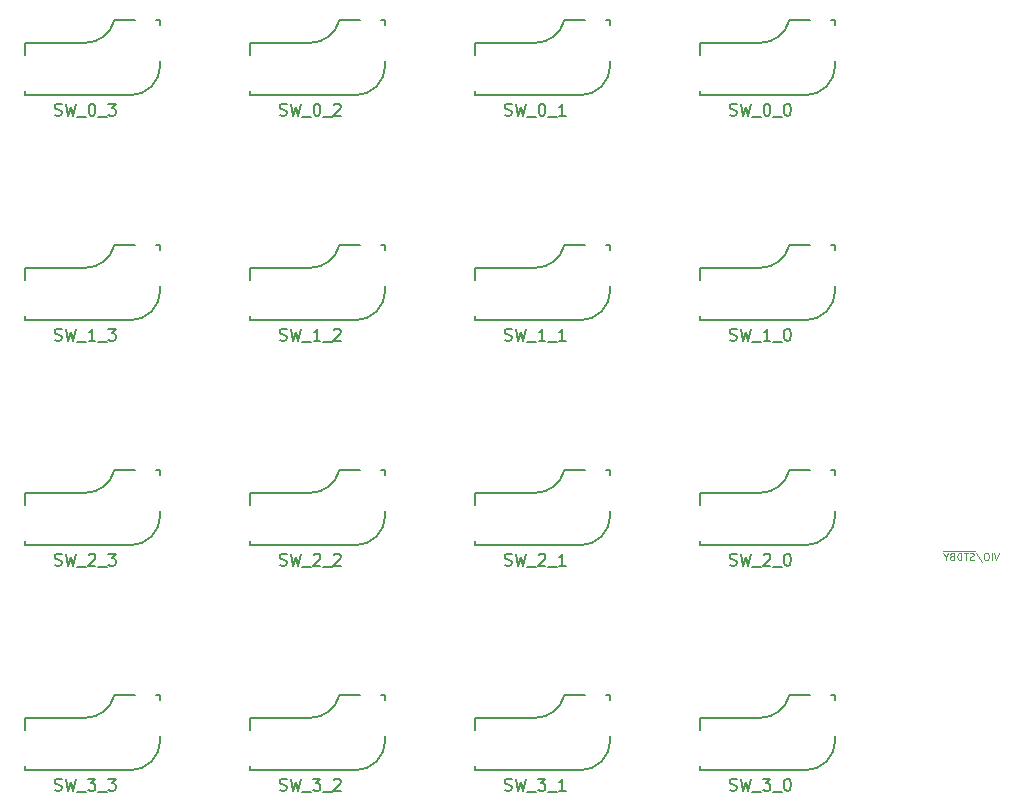
<source format=gbr>
%TF.GenerationSoftware,KiCad,Pcbnew,(6.0.1)*%
%TF.CreationDate,2022-11-10T11:06:11+08:00*%
%TF.ProjectId,Scroller1,5363726f-6c6c-4657-9231-2e6b69636164,rev?*%
%TF.SameCoordinates,Original*%
%TF.FileFunction,Legend,Bot*%
%TF.FilePolarity,Positive*%
%FSLAX46Y46*%
G04 Gerber Fmt 4.6, Leading zero omitted, Abs format (unit mm)*
G04 Created by KiCad (PCBNEW (6.0.1)) date 2022-11-10 11:06:11*
%MOMM*%
%LPD*%
G01*
G04 APERTURE LIST*
%ADD10C,0.150000*%
%ADD11C,0.100000*%
G04 APERTURE END LIST*
D10*
%TO.C,SW_0_0*%
X134020571Y-89558761D02*
X134163428Y-89606380D01*
X134401523Y-89606380D01*
X134496761Y-89558761D01*
X134544380Y-89511142D01*
X134592000Y-89415904D01*
X134592000Y-89320666D01*
X134544380Y-89225428D01*
X134496761Y-89177809D01*
X134401523Y-89130190D01*
X134211047Y-89082571D01*
X134115809Y-89034952D01*
X134068190Y-88987333D01*
X134020571Y-88892095D01*
X134020571Y-88796857D01*
X134068190Y-88701619D01*
X134115809Y-88654000D01*
X134211047Y-88606380D01*
X134449142Y-88606380D01*
X134592000Y-88654000D01*
X134925333Y-88606380D02*
X135163428Y-89606380D01*
X135353904Y-88892095D01*
X135544380Y-89606380D01*
X135782476Y-88606380D01*
X135925333Y-89701619D02*
X136687238Y-89701619D01*
X137115809Y-88606380D02*
X137211047Y-88606380D01*
X137306285Y-88654000D01*
X137353904Y-88701619D01*
X137401523Y-88796857D01*
X137449142Y-88987333D01*
X137449142Y-89225428D01*
X137401523Y-89415904D01*
X137353904Y-89511142D01*
X137306285Y-89558761D01*
X137211047Y-89606380D01*
X137115809Y-89606380D01*
X137020571Y-89558761D01*
X136972952Y-89511142D01*
X136925333Y-89415904D01*
X136877714Y-89225428D01*
X136877714Y-88987333D01*
X136925333Y-88796857D01*
X136972952Y-88701619D01*
X137020571Y-88654000D01*
X137115809Y-88606380D01*
X137639619Y-89701619D02*
X138401523Y-89701619D01*
X138830095Y-88606380D02*
X138925333Y-88606380D01*
X139020571Y-88654000D01*
X139068190Y-88701619D01*
X139115809Y-88796857D01*
X139163428Y-88987333D01*
X139163428Y-89225428D01*
X139115809Y-89415904D01*
X139068190Y-89511142D01*
X139020571Y-89558761D01*
X138925333Y-89606380D01*
X138830095Y-89606380D01*
X138734857Y-89558761D01*
X138687238Y-89511142D01*
X138639619Y-89415904D01*
X138592000Y-89225428D01*
X138592000Y-88987333D01*
X138639619Y-88796857D01*
X138687238Y-88701619D01*
X138734857Y-88654000D01*
X138830095Y-88606380D01*
%TO.C,SW_2_1*%
X114970571Y-127658761D02*
X115113428Y-127706380D01*
X115351523Y-127706380D01*
X115446761Y-127658761D01*
X115494380Y-127611142D01*
X115542000Y-127515904D01*
X115542000Y-127420666D01*
X115494380Y-127325428D01*
X115446761Y-127277809D01*
X115351523Y-127230190D01*
X115161047Y-127182571D01*
X115065809Y-127134952D01*
X115018190Y-127087333D01*
X114970571Y-126992095D01*
X114970571Y-126896857D01*
X115018190Y-126801619D01*
X115065809Y-126754000D01*
X115161047Y-126706380D01*
X115399142Y-126706380D01*
X115542000Y-126754000D01*
X115875333Y-126706380D02*
X116113428Y-127706380D01*
X116303904Y-126992095D01*
X116494380Y-127706380D01*
X116732476Y-126706380D01*
X116875333Y-127801619D02*
X117637238Y-127801619D01*
X117827714Y-126801619D02*
X117875333Y-126754000D01*
X117970571Y-126706380D01*
X118208666Y-126706380D01*
X118303904Y-126754000D01*
X118351523Y-126801619D01*
X118399142Y-126896857D01*
X118399142Y-126992095D01*
X118351523Y-127134952D01*
X117780095Y-127706380D01*
X118399142Y-127706380D01*
X118589619Y-127801619D02*
X119351523Y-127801619D01*
X120113428Y-127706380D02*
X119542000Y-127706380D01*
X119827714Y-127706380D02*
X119827714Y-126706380D01*
X119732476Y-126849238D01*
X119637238Y-126944476D01*
X119542000Y-126992095D01*
%TO.C,SW_1_0*%
X134020571Y-108608761D02*
X134163428Y-108656380D01*
X134401523Y-108656380D01*
X134496761Y-108608761D01*
X134544380Y-108561142D01*
X134592000Y-108465904D01*
X134592000Y-108370666D01*
X134544380Y-108275428D01*
X134496761Y-108227809D01*
X134401523Y-108180190D01*
X134211047Y-108132571D01*
X134115809Y-108084952D01*
X134068190Y-108037333D01*
X134020571Y-107942095D01*
X134020571Y-107846857D01*
X134068190Y-107751619D01*
X134115809Y-107704000D01*
X134211047Y-107656380D01*
X134449142Y-107656380D01*
X134592000Y-107704000D01*
X134925333Y-107656380D02*
X135163428Y-108656380D01*
X135353904Y-107942095D01*
X135544380Y-108656380D01*
X135782476Y-107656380D01*
X135925333Y-108751619D02*
X136687238Y-108751619D01*
X137449142Y-108656380D02*
X136877714Y-108656380D01*
X137163428Y-108656380D02*
X137163428Y-107656380D01*
X137068190Y-107799238D01*
X136972952Y-107894476D01*
X136877714Y-107942095D01*
X137639619Y-108751619D02*
X138401523Y-108751619D01*
X138830095Y-107656380D02*
X138925333Y-107656380D01*
X139020571Y-107704000D01*
X139068190Y-107751619D01*
X139115809Y-107846857D01*
X139163428Y-108037333D01*
X139163428Y-108275428D01*
X139115809Y-108465904D01*
X139068190Y-108561142D01*
X139020571Y-108608761D01*
X138925333Y-108656380D01*
X138830095Y-108656380D01*
X138734857Y-108608761D01*
X138687238Y-108561142D01*
X138639619Y-108465904D01*
X138592000Y-108275428D01*
X138592000Y-108037333D01*
X138639619Y-107846857D01*
X138687238Y-107751619D01*
X138734857Y-107704000D01*
X138830095Y-107656380D01*
%TO.C,SW_3_0*%
X134020571Y-146708761D02*
X134163428Y-146756380D01*
X134401523Y-146756380D01*
X134496761Y-146708761D01*
X134544380Y-146661142D01*
X134592000Y-146565904D01*
X134592000Y-146470666D01*
X134544380Y-146375428D01*
X134496761Y-146327809D01*
X134401523Y-146280190D01*
X134211047Y-146232571D01*
X134115809Y-146184952D01*
X134068190Y-146137333D01*
X134020571Y-146042095D01*
X134020571Y-145946857D01*
X134068190Y-145851619D01*
X134115809Y-145804000D01*
X134211047Y-145756380D01*
X134449142Y-145756380D01*
X134592000Y-145804000D01*
X134925333Y-145756380D02*
X135163428Y-146756380D01*
X135353904Y-146042095D01*
X135544380Y-146756380D01*
X135782476Y-145756380D01*
X135925333Y-146851619D02*
X136687238Y-146851619D01*
X136830095Y-145756380D02*
X137449142Y-145756380D01*
X137115809Y-146137333D01*
X137258666Y-146137333D01*
X137353904Y-146184952D01*
X137401523Y-146232571D01*
X137449142Y-146327809D01*
X137449142Y-146565904D01*
X137401523Y-146661142D01*
X137353904Y-146708761D01*
X137258666Y-146756380D01*
X136972952Y-146756380D01*
X136877714Y-146708761D01*
X136830095Y-146661142D01*
X137639619Y-146851619D02*
X138401523Y-146851619D01*
X138830095Y-145756380D02*
X138925333Y-145756380D01*
X139020571Y-145804000D01*
X139068190Y-145851619D01*
X139115809Y-145946857D01*
X139163428Y-146137333D01*
X139163428Y-146375428D01*
X139115809Y-146565904D01*
X139068190Y-146661142D01*
X139020571Y-146708761D01*
X138925333Y-146756380D01*
X138830095Y-146756380D01*
X138734857Y-146708761D01*
X138687238Y-146661142D01*
X138639619Y-146565904D01*
X138592000Y-146375428D01*
X138592000Y-146137333D01*
X138639619Y-145946857D01*
X138687238Y-145851619D01*
X138734857Y-145804000D01*
X138830095Y-145756380D01*
%TO.C,SW_1_3*%
X76870571Y-108608761D02*
X77013428Y-108656380D01*
X77251523Y-108656380D01*
X77346761Y-108608761D01*
X77394380Y-108561142D01*
X77442000Y-108465904D01*
X77442000Y-108370666D01*
X77394380Y-108275428D01*
X77346761Y-108227809D01*
X77251523Y-108180190D01*
X77061047Y-108132571D01*
X76965809Y-108084952D01*
X76918190Y-108037333D01*
X76870571Y-107942095D01*
X76870571Y-107846857D01*
X76918190Y-107751619D01*
X76965809Y-107704000D01*
X77061047Y-107656380D01*
X77299142Y-107656380D01*
X77442000Y-107704000D01*
X77775333Y-107656380D02*
X78013428Y-108656380D01*
X78203904Y-107942095D01*
X78394380Y-108656380D01*
X78632476Y-107656380D01*
X78775333Y-108751619D02*
X79537238Y-108751619D01*
X80299142Y-108656380D02*
X79727714Y-108656380D01*
X80013428Y-108656380D02*
X80013428Y-107656380D01*
X79918190Y-107799238D01*
X79822952Y-107894476D01*
X79727714Y-107942095D01*
X80489619Y-108751619D02*
X81251523Y-108751619D01*
X81394380Y-107656380D02*
X82013428Y-107656380D01*
X81680095Y-108037333D01*
X81822952Y-108037333D01*
X81918190Y-108084952D01*
X81965809Y-108132571D01*
X82013428Y-108227809D01*
X82013428Y-108465904D01*
X81965809Y-108561142D01*
X81918190Y-108608761D01*
X81822952Y-108656380D01*
X81537238Y-108656380D01*
X81442000Y-108608761D01*
X81394380Y-108561142D01*
%TO.C,SW_1_2*%
X95920571Y-108608761D02*
X96063428Y-108656380D01*
X96301523Y-108656380D01*
X96396761Y-108608761D01*
X96444380Y-108561142D01*
X96492000Y-108465904D01*
X96492000Y-108370666D01*
X96444380Y-108275428D01*
X96396761Y-108227809D01*
X96301523Y-108180190D01*
X96111047Y-108132571D01*
X96015809Y-108084952D01*
X95968190Y-108037333D01*
X95920571Y-107942095D01*
X95920571Y-107846857D01*
X95968190Y-107751619D01*
X96015809Y-107704000D01*
X96111047Y-107656380D01*
X96349142Y-107656380D01*
X96492000Y-107704000D01*
X96825333Y-107656380D02*
X97063428Y-108656380D01*
X97253904Y-107942095D01*
X97444380Y-108656380D01*
X97682476Y-107656380D01*
X97825333Y-108751619D02*
X98587238Y-108751619D01*
X99349142Y-108656380D02*
X98777714Y-108656380D01*
X99063428Y-108656380D02*
X99063428Y-107656380D01*
X98968190Y-107799238D01*
X98872952Y-107894476D01*
X98777714Y-107942095D01*
X99539619Y-108751619D02*
X100301523Y-108751619D01*
X100492000Y-107751619D02*
X100539619Y-107704000D01*
X100634857Y-107656380D01*
X100872952Y-107656380D01*
X100968190Y-107704000D01*
X101015809Y-107751619D01*
X101063428Y-107846857D01*
X101063428Y-107942095D01*
X101015809Y-108084952D01*
X100444380Y-108656380D01*
X101063428Y-108656380D01*
D11*
%TO.C,TMC1*%
X156779964Y-126632535D02*
X156579964Y-127232535D01*
X156379964Y-126632535D01*
X156179964Y-127232535D02*
X156179964Y-126632535D01*
X155779964Y-126632535D02*
X155665678Y-126632535D01*
X155608535Y-126661107D01*
X155551392Y-126718249D01*
X155522821Y-126832535D01*
X155522821Y-127032535D01*
X155551392Y-127146821D01*
X155608535Y-127203964D01*
X155665678Y-127232535D01*
X155779964Y-127232535D01*
X155837107Y-127203964D01*
X155894249Y-127146821D01*
X155922821Y-127032535D01*
X155922821Y-126832535D01*
X155894249Y-126718249D01*
X155837107Y-126661107D01*
X155779964Y-126632535D01*
X154837107Y-126603964D02*
X155351392Y-127375392D01*
X154779964Y-126463107D02*
X154208535Y-126463107D01*
X154665678Y-127203964D02*
X154579964Y-127232535D01*
X154437107Y-127232535D01*
X154379964Y-127203964D01*
X154351392Y-127175392D01*
X154322821Y-127118249D01*
X154322821Y-127061107D01*
X154351392Y-127003964D01*
X154379964Y-126975392D01*
X154437107Y-126946821D01*
X154551392Y-126918249D01*
X154608535Y-126889678D01*
X154637107Y-126861107D01*
X154665678Y-126803964D01*
X154665678Y-126746821D01*
X154637107Y-126689678D01*
X154608535Y-126661107D01*
X154551392Y-126632535D01*
X154408535Y-126632535D01*
X154322821Y-126661107D01*
X154208535Y-126463107D02*
X153751392Y-126463107D01*
X154151392Y-126632535D02*
X153808535Y-126632535D01*
X153979964Y-127232535D02*
X153979964Y-126632535D01*
X153751392Y-126463107D02*
X153151392Y-126463107D01*
X153608535Y-127232535D02*
X153608535Y-126632535D01*
X153465678Y-126632535D01*
X153379964Y-126661107D01*
X153322821Y-126718249D01*
X153294249Y-126775392D01*
X153265678Y-126889678D01*
X153265678Y-126975392D01*
X153294249Y-127089678D01*
X153322821Y-127146821D01*
X153379964Y-127203964D01*
X153465678Y-127232535D01*
X153608535Y-127232535D01*
X153151392Y-126463107D02*
X152551392Y-126463107D01*
X152808535Y-126918249D02*
X152722821Y-126946821D01*
X152694249Y-126975392D01*
X152665678Y-127032535D01*
X152665678Y-127118249D01*
X152694249Y-127175392D01*
X152722821Y-127203964D01*
X152779964Y-127232535D01*
X153008535Y-127232535D01*
X153008535Y-126632535D01*
X152808535Y-126632535D01*
X152751392Y-126661107D01*
X152722821Y-126689678D01*
X152694249Y-126746821D01*
X152694249Y-126803964D01*
X152722821Y-126861107D01*
X152751392Y-126889678D01*
X152808535Y-126918249D01*
X153008535Y-126918249D01*
X152551392Y-126463107D02*
X152037107Y-126463107D01*
X152294249Y-126946821D02*
X152294249Y-127232535D01*
X152494249Y-126632535D02*
X152294249Y-126946821D01*
X152094249Y-126632535D01*
D10*
%TO.C,SW_0_3*%
X76870571Y-89558761D02*
X77013428Y-89606380D01*
X77251523Y-89606380D01*
X77346761Y-89558761D01*
X77394380Y-89511142D01*
X77442000Y-89415904D01*
X77442000Y-89320666D01*
X77394380Y-89225428D01*
X77346761Y-89177809D01*
X77251523Y-89130190D01*
X77061047Y-89082571D01*
X76965809Y-89034952D01*
X76918190Y-88987333D01*
X76870571Y-88892095D01*
X76870571Y-88796857D01*
X76918190Y-88701619D01*
X76965809Y-88654000D01*
X77061047Y-88606380D01*
X77299142Y-88606380D01*
X77442000Y-88654000D01*
X77775333Y-88606380D02*
X78013428Y-89606380D01*
X78203904Y-88892095D01*
X78394380Y-89606380D01*
X78632476Y-88606380D01*
X78775333Y-89701619D02*
X79537238Y-89701619D01*
X79965809Y-88606380D02*
X80061047Y-88606380D01*
X80156285Y-88654000D01*
X80203904Y-88701619D01*
X80251523Y-88796857D01*
X80299142Y-88987333D01*
X80299142Y-89225428D01*
X80251523Y-89415904D01*
X80203904Y-89511142D01*
X80156285Y-89558761D01*
X80061047Y-89606380D01*
X79965809Y-89606380D01*
X79870571Y-89558761D01*
X79822952Y-89511142D01*
X79775333Y-89415904D01*
X79727714Y-89225428D01*
X79727714Y-88987333D01*
X79775333Y-88796857D01*
X79822952Y-88701619D01*
X79870571Y-88654000D01*
X79965809Y-88606380D01*
X80489619Y-89701619D02*
X81251523Y-89701619D01*
X81394380Y-88606380D02*
X82013428Y-88606380D01*
X81680095Y-88987333D01*
X81822952Y-88987333D01*
X81918190Y-89034952D01*
X81965809Y-89082571D01*
X82013428Y-89177809D01*
X82013428Y-89415904D01*
X81965809Y-89511142D01*
X81918190Y-89558761D01*
X81822952Y-89606380D01*
X81537238Y-89606380D01*
X81442000Y-89558761D01*
X81394380Y-89511142D01*
%TO.C,SW_3_2*%
X95920571Y-146708761D02*
X96063428Y-146756380D01*
X96301523Y-146756380D01*
X96396761Y-146708761D01*
X96444380Y-146661142D01*
X96492000Y-146565904D01*
X96492000Y-146470666D01*
X96444380Y-146375428D01*
X96396761Y-146327809D01*
X96301523Y-146280190D01*
X96111047Y-146232571D01*
X96015809Y-146184952D01*
X95968190Y-146137333D01*
X95920571Y-146042095D01*
X95920571Y-145946857D01*
X95968190Y-145851619D01*
X96015809Y-145804000D01*
X96111047Y-145756380D01*
X96349142Y-145756380D01*
X96492000Y-145804000D01*
X96825333Y-145756380D02*
X97063428Y-146756380D01*
X97253904Y-146042095D01*
X97444380Y-146756380D01*
X97682476Y-145756380D01*
X97825333Y-146851619D02*
X98587238Y-146851619D01*
X98730095Y-145756380D02*
X99349142Y-145756380D01*
X99015809Y-146137333D01*
X99158666Y-146137333D01*
X99253904Y-146184952D01*
X99301523Y-146232571D01*
X99349142Y-146327809D01*
X99349142Y-146565904D01*
X99301523Y-146661142D01*
X99253904Y-146708761D01*
X99158666Y-146756380D01*
X98872952Y-146756380D01*
X98777714Y-146708761D01*
X98730095Y-146661142D01*
X99539619Y-146851619D02*
X100301523Y-146851619D01*
X100492000Y-145851619D02*
X100539619Y-145804000D01*
X100634857Y-145756380D01*
X100872952Y-145756380D01*
X100968190Y-145804000D01*
X101015809Y-145851619D01*
X101063428Y-145946857D01*
X101063428Y-146042095D01*
X101015809Y-146184952D01*
X100444380Y-146756380D01*
X101063428Y-146756380D01*
%TO.C,SW_0_1*%
X114970571Y-89558761D02*
X115113428Y-89606380D01*
X115351523Y-89606380D01*
X115446761Y-89558761D01*
X115494380Y-89511142D01*
X115542000Y-89415904D01*
X115542000Y-89320666D01*
X115494380Y-89225428D01*
X115446761Y-89177809D01*
X115351523Y-89130190D01*
X115161047Y-89082571D01*
X115065809Y-89034952D01*
X115018190Y-88987333D01*
X114970571Y-88892095D01*
X114970571Y-88796857D01*
X115018190Y-88701619D01*
X115065809Y-88654000D01*
X115161047Y-88606380D01*
X115399142Y-88606380D01*
X115542000Y-88654000D01*
X115875333Y-88606380D02*
X116113428Y-89606380D01*
X116303904Y-88892095D01*
X116494380Y-89606380D01*
X116732476Y-88606380D01*
X116875333Y-89701619D02*
X117637238Y-89701619D01*
X118065809Y-88606380D02*
X118161047Y-88606380D01*
X118256285Y-88654000D01*
X118303904Y-88701619D01*
X118351523Y-88796857D01*
X118399142Y-88987333D01*
X118399142Y-89225428D01*
X118351523Y-89415904D01*
X118303904Y-89511142D01*
X118256285Y-89558761D01*
X118161047Y-89606380D01*
X118065809Y-89606380D01*
X117970571Y-89558761D01*
X117922952Y-89511142D01*
X117875333Y-89415904D01*
X117827714Y-89225428D01*
X117827714Y-88987333D01*
X117875333Y-88796857D01*
X117922952Y-88701619D01*
X117970571Y-88654000D01*
X118065809Y-88606380D01*
X118589619Y-89701619D02*
X119351523Y-89701619D01*
X120113428Y-89606380D02*
X119542000Y-89606380D01*
X119827714Y-89606380D02*
X119827714Y-88606380D01*
X119732476Y-88749238D01*
X119637238Y-88844476D01*
X119542000Y-88892095D01*
%TO.C,SW_3_1*%
X114970571Y-146708761D02*
X115113428Y-146756380D01*
X115351523Y-146756380D01*
X115446761Y-146708761D01*
X115494380Y-146661142D01*
X115542000Y-146565904D01*
X115542000Y-146470666D01*
X115494380Y-146375428D01*
X115446761Y-146327809D01*
X115351523Y-146280190D01*
X115161047Y-146232571D01*
X115065809Y-146184952D01*
X115018190Y-146137333D01*
X114970571Y-146042095D01*
X114970571Y-145946857D01*
X115018190Y-145851619D01*
X115065809Y-145804000D01*
X115161047Y-145756380D01*
X115399142Y-145756380D01*
X115542000Y-145804000D01*
X115875333Y-145756380D02*
X116113428Y-146756380D01*
X116303904Y-146042095D01*
X116494380Y-146756380D01*
X116732476Y-145756380D01*
X116875333Y-146851619D02*
X117637238Y-146851619D01*
X117780095Y-145756380D02*
X118399142Y-145756380D01*
X118065809Y-146137333D01*
X118208666Y-146137333D01*
X118303904Y-146184952D01*
X118351523Y-146232571D01*
X118399142Y-146327809D01*
X118399142Y-146565904D01*
X118351523Y-146661142D01*
X118303904Y-146708761D01*
X118208666Y-146756380D01*
X117922952Y-146756380D01*
X117827714Y-146708761D01*
X117780095Y-146661142D01*
X118589619Y-146851619D02*
X119351523Y-146851619D01*
X120113428Y-146756380D02*
X119542000Y-146756380D01*
X119827714Y-146756380D02*
X119827714Y-145756380D01*
X119732476Y-145899238D01*
X119637238Y-145994476D01*
X119542000Y-146042095D01*
%TO.C,SW_1_1*%
X114970571Y-108608761D02*
X115113428Y-108656380D01*
X115351523Y-108656380D01*
X115446761Y-108608761D01*
X115494380Y-108561142D01*
X115542000Y-108465904D01*
X115542000Y-108370666D01*
X115494380Y-108275428D01*
X115446761Y-108227809D01*
X115351523Y-108180190D01*
X115161047Y-108132571D01*
X115065809Y-108084952D01*
X115018190Y-108037333D01*
X114970571Y-107942095D01*
X114970571Y-107846857D01*
X115018190Y-107751619D01*
X115065809Y-107704000D01*
X115161047Y-107656380D01*
X115399142Y-107656380D01*
X115542000Y-107704000D01*
X115875333Y-107656380D02*
X116113428Y-108656380D01*
X116303904Y-107942095D01*
X116494380Y-108656380D01*
X116732476Y-107656380D01*
X116875333Y-108751619D02*
X117637238Y-108751619D01*
X118399142Y-108656380D02*
X117827714Y-108656380D01*
X118113428Y-108656380D02*
X118113428Y-107656380D01*
X118018190Y-107799238D01*
X117922952Y-107894476D01*
X117827714Y-107942095D01*
X118589619Y-108751619D02*
X119351523Y-108751619D01*
X120113428Y-108656380D02*
X119542000Y-108656380D01*
X119827714Y-108656380D02*
X119827714Y-107656380D01*
X119732476Y-107799238D01*
X119637238Y-107894476D01*
X119542000Y-107942095D01*
%TO.C,SW_2_2*%
X95920571Y-127658761D02*
X96063428Y-127706380D01*
X96301523Y-127706380D01*
X96396761Y-127658761D01*
X96444380Y-127611142D01*
X96492000Y-127515904D01*
X96492000Y-127420666D01*
X96444380Y-127325428D01*
X96396761Y-127277809D01*
X96301523Y-127230190D01*
X96111047Y-127182571D01*
X96015809Y-127134952D01*
X95968190Y-127087333D01*
X95920571Y-126992095D01*
X95920571Y-126896857D01*
X95968190Y-126801619D01*
X96015809Y-126754000D01*
X96111047Y-126706380D01*
X96349142Y-126706380D01*
X96492000Y-126754000D01*
X96825333Y-126706380D02*
X97063428Y-127706380D01*
X97253904Y-126992095D01*
X97444380Y-127706380D01*
X97682476Y-126706380D01*
X97825333Y-127801619D02*
X98587238Y-127801619D01*
X98777714Y-126801619D02*
X98825333Y-126754000D01*
X98920571Y-126706380D01*
X99158666Y-126706380D01*
X99253904Y-126754000D01*
X99301523Y-126801619D01*
X99349142Y-126896857D01*
X99349142Y-126992095D01*
X99301523Y-127134952D01*
X98730095Y-127706380D01*
X99349142Y-127706380D01*
X99539619Y-127801619D02*
X100301523Y-127801619D01*
X100492000Y-126801619D02*
X100539619Y-126754000D01*
X100634857Y-126706380D01*
X100872952Y-126706380D01*
X100968190Y-126754000D01*
X101015809Y-126801619D01*
X101063428Y-126896857D01*
X101063428Y-126992095D01*
X101015809Y-127134952D01*
X100444380Y-127706380D01*
X101063428Y-127706380D01*
%TO.C,SW_2_3*%
X76870571Y-127658761D02*
X77013428Y-127706380D01*
X77251523Y-127706380D01*
X77346761Y-127658761D01*
X77394380Y-127611142D01*
X77442000Y-127515904D01*
X77442000Y-127420666D01*
X77394380Y-127325428D01*
X77346761Y-127277809D01*
X77251523Y-127230190D01*
X77061047Y-127182571D01*
X76965809Y-127134952D01*
X76918190Y-127087333D01*
X76870571Y-126992095D01*
X76870571Y-126896857D01*
X76918190Y-126801619D01*
X76965809Y-126754000D01*
X77061047Y-126706380D01*
X77299142Y-126706380D01*
X77442000Y-126754000D01*
X77775333Y-126706380D02*
X78013428Y-127706380D01*
X78203904Y-126992095D01*
X78394380Y-127706380D01*
X78632476Y-126706380D01*
X78775333Y-127801619D02*
X79537238Y-127801619D01*
X79727714Y-126801619D02*
X79775333Y-126754000D01*
X79870571Y-126706380D01*
X80108666Y-126706380D01*
X80203904Y-126754000D01*
X80251523Y-126801619D01*
X80299142Y-126896857D01*
X80299142Y-126992095D01*
X80251523Y-127134952D01*
X79680095Y-127706380D01*
X80299142Y-127706380D01*
X80489619Y-127801619D02*
X81251523Y-127801619D01*
X81394380Y-126706380D02*
X82013428Y-126706380D01*
X81680095Y-127087333D01*
X81822952Y-127087333D01*
X81918190Y-127134952D01*
X81965809Y-127182571D01*
X82013428Y-127277809D01*
X82013428Y-127515904D01*
X81965809Y-127611142D01*
X81918190Y-127658761D01*
X81822952Y-127706380D01*
X81537238Y-127706380D01*
X81442000Y-127658761D01*
X81394380Y-127611142D01*
%TO.C,SW_0_2*%
X95920571Y-89558761D02*
X96063428Y-89606380D01*
X96301523Y-89606380D01*
X96396761Y-89558761D01*
X96444380Y-89511142D01*
X96492000Y-89415904D01*
X96492000Y-89320666D01*
X96444380Y-89225428D01*
X96396761Y-89177809D01*
X96301523Y-89130190D01*
X96111047Y-89082571D01*
X96015809Y-89034952D01*
X95968190Y-88987333D01*
X95920571Y-88892095D01*
X95920571Y-88796857D01*
X95968190Y-88701619D01*
X96015809Y-88654000D01*
X96111047Y-88606380D01*
X96349142Y-88606380D01*
X96492000Y-88654000D01*
X96825333Y-88606380D02*
X97063428Y-89606380D01*
X97253904Y-88892095D01*
X97444380Y-89606380D01*
X97682476Y-88606380D01*
X97825333Y-89701619D02*
X98587238Y-89701619D01*
X99015809Y-88606380D02*
X99111047Y-88606380D01*
X99206285Y-88654000D01*
X99253904Y-88701619D01*
X99301523Y-88796857D01*
X99349142Y-88987333D01*
X99349142Y-89225428D01*
X99301523Y-89415904D01*
X99253904Y-89511142D01*
X99206285Y-89558761D01*
X99111047Y-89606380D01*
X99015809Y-89606380D01*
X98920571Y-89558761D01*
X98872952Y-89511142D01*
X98825333Y-89415904D01*
X98777714Y-89225428D01*
X98777714Y-88987333D01*
X98825333Y-88796857D01*
X98872952Y-88701619D01*
X98920571Y-88654000D01*
X99015809Y-88606380D01*
X99539619Y-89701619D02*
X100301523Y-89701619D01*
X100492000Y-88701619D02*
X100539619Y-88654000D01*
X100634857Y-88606380D01*
X100872952Y-88606380D01*
X100968190Y-88654000D01*
X101015809Y-88701619D01*
X101063428Y-88796857D01*
X101063428Y-88892095D01*
X101015809Y-89034952D01*
X100444380Y-89606380D01*
X101063428Y-89606380D01*
%TO.C,SW_3_3*%
X76870571Y-146708761D02*
X77013428Y-146756380D01*
X77251523Y-146756380D01*
X77346761Y-146708761D01*
X77394380Y-146661142D01*
X77442000Y-146565904D01*
X77442000Y-146470666D01*
X77394380Y-146375428D01*
X77346761Y-146327809D01*
X77251523Y-146280190D01*
X77061047Y-146232571D01*
X76965809Y-146184952D01*
X76918190Y-146137333D01*
X76870571Y-146042095D01*
X76870571Y-145946857D01*
X76918190Y-145851619D01*
X76965809Y-145804000D01*
X77061047Y-145756380D01*
X77299142Y-145756380D01*
X77442000Y-145804000D01*
X77775333Y-145756380D02*
X78013428Y-146756380D01*
X78203904Y-146042095D01*
X78394380Y-146756380D01*
X78632476Y-145756380D01*
X78775333Y-146851619D02*
X79537238Y-146851619D01*
X79680095Y-145756380D02*
X80299142Y-145756380D01*
X79965809Y-146137333D01*
X80108666Y-146137333D01*
X80203904Y-146184952D01*
X80251523Y-146232571D01*
X80299142Y-146327809D01*
X80299142Y-146565904D01*
X80251523Y-146661142D01*
X80203904Y-146708761D01*
X80108666Y-146756380D01*
X79822952Y-146756380D01*
X79727714Y-146708761D01*
X79680095Y-146661142D01*
X80489619Y-146851619D02*
X81251523Y-146851619D01*
X81394380Y-145756380D02*
X82013428Y-145756380D01*
X81680095Y-146137333D01*
X81822952Y-146137333D01*
X81918190Y-146184952D01*
X81965809Y-146232571D01*
X82013428Y-146327809D01*
X82013428Y-146565904D01*
X81965809Y-146661142D01*
X81918190Y-146708761D01*
X81822952Y-146756380D01*
X81537238Y-146756380D01*
X81442000Y-146708761D01*
X81394380Y-146661142D01*
%TO.C,SW_2_0*%
X134020571Y-127658761D02*
X134163428Y-127706380D01*
X134401523Y-127706380D01*
X134496761Y-127658761D01*
X134544380Y-127611142D01*
X134592000Y-127515904D01*
X134592000Y-127420666D01*
X134544380Y-127325428D01*
X134496761Y-127277809D01*
X134401523Y-127230190D01*
X134211047Y-127182571D01*
X134115809Y-127134952D01*
X134068190Y-127087333D01*
X134020571Y-126992095D01*
X134020571Y-126896857D01*
X134068190Y-126801619D01*
X134115809Y-126754000D01*
X134211047Y-126706380D01*
X134449142Y-126706380D01*
X134592000Y-126754000D01*
X134925333Y-126706380D02*
X135163428Y-127706380D01*
X135353904Y-126992095D01*
X135544380Y-127706380D01*
X135782476Y-126706380D01*
X135925333Y-127801619D02*
X136687238Y-127801619D01*
X136877714Y-126801619D02*
X136925333Y-126754000D01*
X137020571Y-126706380D01*
X137258666Y-126706380D01*
X137353904Y-126754000D01*
X137401523Y-126801619D01*
X137449142Y-126896857D01*
X137449142Y-126992095D01*
X137401523Y-127134952D01*
X136830095Y-127706380D01*
X137449142Y-127706380D01*
X137639619Y-127801619D02*
X138401523Y-127801619D01*
X138830095Y-126706380D02*
X138925333Y-126706380D01*
X139020571Y-126754000D01*
X139068190Y-126801619D01*
X139115809Y-126896857D01*
X139163428Y-127087333D01*
X139163428Y-127325428D01*
X139115809Y-127515904D01*
X139068190Y-127611142D01*
X139020571Y-127658761D01*
X138925333Y-127706380D01*
X138830095Y-127706380D01*
X138734857Y-127658761D01*
X138687238Y-127611142D01*
X138639619Y-127515904D01*
X138592000Y-127325428D01*
X138592000Y-127087333D01*
X138639619Y-126896857D01*
X138687238Y-126801619D01*
X138734857Y-126754000D01*
X138830095Y-126706380D01*
%TO.C,SW_0_0*%
X131512000Y-87884000D02*
X131512000Y-87503000D01*
X131512000Y-84455000D02*
X131512000Y-83439000D01*
X142942000Y-85344000D02*
X142942000Y-84963000D01*
X140402000Y-87884000D02*
X131512000Y-87884000D01*
X131512000Y-83439000D02*
X136592000Y-83439000D01*
X139056162Y-81534000D02*
X140783000Y-81534000D01*
X142942000Y-81915000D02*
X142942000Y-81534000D01*
X142561000Y-81534000D02*
X142942000Y-81534000D01*
X140402000Y-87884000D02*
G75*
G03*
X142942000Y-85344000I-1J2540001D01*
G01*
X136592000Y-83439001D02*
G75*
G03*
X139056162Y-81515040I0J2540000D01*
G01*
%TO.C,SW_2_1*%
X112462000Y-122555000D02*
X112462000Y-121539000D01*
X120006162Y-119634000D02*
X121733000Y-119634000D01*
X123511000Y-119634000D02*
X123892000Y-119634000D01*
X112462000Y-125984000D02*
X112462000Y-125603000D01*
X112462000Y-121539000D02*
X117542000Y-121539000D01*
X123892000Y-120015000D02*
X123892000Y-119634000D01*
X123892000Y-123444000D02*
X123892000Y-123063000D01*
X121352000Y-125984000D02*
X112462000Y-125984000D01*
X121352000Y-125984000D02*
G75*
G03*
X123892000Y-123444000I-1J2540001D01*
G01*
X117542000Y-121539001D02*
G75*
G03*
X120006162Y-119615040I0J2540000D01*
G01*
%TO.C,SW_1_0*%
X131512000Y-102489000D02*
X136592000Y-102489000D01*
X131512000Y-103505000D02*
X131512000Y-102489000D01*
X142942000Y-100965000D02*
X142942000Y-100584000D01*
X131512000Y-106934000D02*
X131512000Y-106553000D01*
X142561000Y-100584000D02*
X142942000Y-100584000D01*
X140402000Y-106934000D02*
X131512000Y-106934000D01*
X142942000Y-104394000D02*
X142942000Y-104013000D01*
X139056162Y-100584000D02*
X140783000Y-100584000D01*
X136592000Y-102489001D02*
G75*
G03*
X139056162Y-100565040I0J2540000D01*
G01*
X140402000Y-106934000D02*
G75*
G03*
X142942000Y-104394000I-1J2540001D01*
G01*
%TO.C,SW_3_0*%
X131512000Y-140589000D02*
X136592000Y-140589000D01*
X140402000Y-145034000D02*
X131512000Y-145034000D01*
X131512000Y-145034000D02*
X131512000Y-144653000D01*
X142942000Y-139065000D02*
X142942000Y-138684000D01*
X139056162Y-138684000D02*
X140783000Y-138684000D01*
X142942000Y-142494000D02*
X142942000Y-142113000D01*
X142561000Y-138684000D02*
X142942000Y-138684000D01*
X131512000Y-141605000D02*
X131512000Y-140589000D01*
X140402000Y-145034000D02*
G75*
G03*
X142942000Y-142494000I-1J2540001D01*
G01*
X136592000Y-140589001D02*
G75*
G03*
X139056162Y-138665040I0J2540000D01*
G01*
%TO.C,SW_1_3*%
X85792000Y-104394000D02*
X85792000Y-104013000D01*
X74362000Y-103505000D02*
X74362000Y-102489000D01*
X81906162Y-100584000D02*
X83633000Y-100584000D01*
X74362000Y-102489000D02*
X79442000Y-102489000D01*
X83252000Y-106934000D02*
X74362000Y-106934000D01*
X85411000Y-100584000D02*
X85792000Y-100584000D01*
X74362000Y-106934000D02*
X74362000Y-106553000D01*
X85792000Y-100965000D02*
X85792000Y-100584000D01*
X79442000Y-102489001D02*
G75*
G03*
X81906162Y-100565040I0J2540000D01*
G01*
X83252000Y-106934000D02*
G75*
G03*
X85792000Y-104394000I-1J2540001D01*
G01*
%TO.C,SW_1_2*%
X104842000Y-100965000D02*
X104842000Y-100584000D01*
X102302000Y-106934000D02*
X93412000Y-106934000D01*
X93412000Y-102489000D02*
X98492000Y-102489000D01*
X93412000Y-106934000D02*
X93412000Y-106553000D01*
X93412000Y-103505000D02*
X93412000Y-102489000D01*
X104842000Y-104394000D02*
X104842000Y-104013000D01*
X104461000Y-100584000D02*
X104842000Y-100584000D01*
X100956162Y-100584000D02*
X102683000Y-100584000D01*
X102302000Y-106934000D02*
G75*
G03*
X104842000Y-104394000I-1J2540001D01*
G01*
X98492000Y-102489001D02*
G75*
G03*
X100956162Y-100565040I0J2540000D01*
G01*
%TO.C,SW_0_3*%
X81906162Y-81534000D02*
X83633000Y-81534000D01*
X85792000Y-81915000D02*
X85792000Y-81534000D01*
X85411000Y-81534000D02*
X85792000Y-81534000D01*
X85792000Y-85344000D02*
X85792000Y-84963000D01*
X83252000Y-87884000D02*
X74362000Y-87884000D01*
X74362000Y-83439000D02*
X79442000Y-83439000D01*
X74362000Y-87884000D02*
X74362000Y-87503000D01*
X74362000Y-84455000D02*
X74362000Y-83439000D01*
X83252000Y-87884000D02*
G75*
G03*
X85792000Y-85344000I-1J2540001D01*
G01*
X79442000Y-83439001D02*
G75*
G03*
X81906162Y-81515040I0J2540000D01*
G01*
%TO.C,SW_3_2*%
X100956162Y-138684000D02*
X102683000Y-138684000D01*
X104461000Y-138684000D02*
X104842000Y-138684000D01*
X104842000Y-139065000D02*
X104842000Y-138684000D01*
X104842000Y-142494000D02*
X104842000Y-142113000D01*
X93412000Y-140589000D02*
X98492000Y-140589000D01*
X93412000Y-141605000D02*
X93412000Y-140589000D01*
X102302000Y-145034000D02*
X93412000Y-145034000D01*
X93412000Y-145034000D02*
X93412000Y-144653000D01*
X98492000Y-140589001D02*
G75*
G03*
X100956162Y-138665040I0J2540000D01*
G01*
X102302000Y-145034000D02*
G75*
G03*
X104842000Y-142494000I-1J2540001D01*
G01*
%TO.C,SW_0_1*%
X123511000Y-81534000D02*
X123892000Y-81534000D01*
X123892000Y-85344000D02*
X123892000Y-84963000D01*
X120006162Y-81534000D02*
X121733000Y-81534000D01*
X123892000Y-81915000D02*
X123892000Y-81534000D01*
X112462000Y-83439000D02*
X117542000Y-83439000D01*
X121352000Y-87884000D02*
X112462000Y-87884000D01*
X112462000Y-84455000D02*
X112462000Y-83439000D01*
X112462000Y-87884000D02*
X112462000Y-87503000D01*
X121352000Y-87884000D02*
G75*
G03*
X123892000Y-85344000I-1J2540001D01*
G01*
X117542000Y-83439001D02*
G75*
G03*
X120006162Y-81515040I0J2540000D01*
G01*
%TO.C,SW_3_1*%
X123511000Y-138684000D02*
X123892000Y-138684000D01*
X112462000Y-141605000D02*
X112462000Y-140589000D01*
X112462000Y-145034000D02*
X112462000Y-144653000D01*
X123892000Y-142494000D02*
X123892000Y-142113000D01*
X112462000Y-140589000D02*
X117542000Y-140589000D01*
X120006162Y-138684000D02*
X121733000Y-138684000D01*
X123892000Y-139065000D02*
X123892000Y-138684000D01*
X121352000Y-145034000D02*
X112462000Y-145034000D01*
X117542000Y-140589001D02*
G75*
G03*
X120006162Y-138665040I0J2540000D01*
G01*
X121352000Y-145034000D02*
G75*
G03*
X123892000Y-142494000I-1J2540001D01*
G01*
%TO.C,SW_1_1*%
X112462000Y-103505000D02*
X112462000Y-102489000D01*
X120006162Y-100584000D02*
X121733000Y-100584000D01*
X123511000Y-100584000D02*
X123892000Y-100584000D01*
X112462000Y-102489000D02*
X117542000Y-102489000D01*
X112462000Y-106934000D02*
X112462000Y-106553000D01*
X123892000Y-104394000D02*
X123892000Y-104013000D01*
X121352000Y-106934000D02*
X112462000Y-106934000D01*
X123892000Y-100965000D02*
X123892000Y-100584000D01*
X121352000Y-106934000D02*
G75*
G03*
X123892000Y-104394000I-1J2540001D01*
G01*
X117542000Y-102489001D02*
G75*
G03*
X120006162Y-100565040I0J2540000D01*
G01*
%TO.C,SW_2_2*%
X93412000Y-125984000D02*
X93412000Y-125603000D01*
X102302000Y-125984000D02*
X93412000Y-125984000D01*
X93412000Y-122555000D02*
X93412000Y-121539000D01*
X104842000Y-123444000D02*
X104842000Y-123063000D01*
X100956162Y-119634000D02*
X102683000Y-119634000D01*
X104461000Y-119634000D02*
X104842000Y-119634000D01*
X104842000Y-120015000D02*
X104842000Y-119634000D01*
X93412000Y-121539000D02*
X98492000Y-121539000D01*
X98492000Y-121539001D02*
G75*
G03*
X100956162Y-119615040I0J2540000D01*
G01*
X102302000Y-125984000D02*
G75*
G03*
X104842000Y-123444000I-1J2540001D01*
G01*
%TO.C,SW_2_3*%
X85792000Y-120015000D02*
X85792000Y-119634000D01*
X74362000Y-125984000D02*
X74362000Y-125603000D01*
X74362000Y-121539000D02*
X79442000Y-121539000D01*
X83252000Y-125984000D02*
X74362000Y-125984000D01*
X81906162Y-119634000D02*
X83633000Y-119634000D01*
X85411000Y-119634000D02*
X85792000Y-119634000D01*
X74362000Y-122555000D02*
X74362000Y-121539000D01*
X85792000Y-123444000D02*
X85792000Y-123063000D01*
X79442000Y-121539001D02*
G75*
G03*
X81906162Y-119615040I0J2540000D01*
G01*
X83252000Y-125984000D02*
G75*
G03*
X85792000Y-123444000I-1J2540001D01*
G01*
%TO.C,SW_0_2*%
X104842000Y-81915000D02*
X104842000Y-81534000D01*
X100956162Y-81534000D02*
X102683000Y-81534000D01*
X104842000Y-85344000D02*
X104842000Y-84963000D01*
X93412000Y-83439000D02*
X98492000Y-83439000D01*
X104461000Y-81534000D02*
X104842000Y-81534000D01*
X93412000Y-84455000D02*
X93412000Y-83439000D01*
X102302000Y-87884000D02*
X93412000Y-87884000D01*
X93412000Y-87884000D02*
X93412000Y-87503000D01*
X102302000Y-87884000D02*
G75*
G03*
X104842000Y-85344000I-1J2540001D01*
G01*
X98492000Y-83439001D02*
G75*
G03*
X100956162Y-81515040I0J2540000D01*
G01*
%TO.C,SW_3_3*%
X74362000Y-141605000D02*
X74362000Y-140589000D01*
X83252000Y-145034000D02*
X74362000Y-145034000D01*
X85792000Y-142494000D02*
X85792000Y-142113000D01*
X74362000Y-140589000D02*
X79442000Y-140589000D01*
X81906162Y-138684000D02*
X83633000Y-138684000D01*
X85411000Y-138684000D02*
X85792000Y-138684000D01*
X74362000Y-145034000D02*
X74362000Y-144653000D01*
X85792000Y-139065000D02*
X85792000Y-138684000D01*
X79442000Y-140589001D02*
G75*
G03*
X81906162Y-138665040I0J2540000D01*
G01*
X83252000Y-145034000D02*
G75*
G03*
X85792000Y-142494000I-1J2540001D01*
G01*
%TO.C,SW_2_0*%
X142942000Y-123444000D02*
X142942000Y-123063000D01*
X142942000Y-120015000D02*
X142942000Y-119634000D01*
X131512000Y-122555000D02*
X131512000Y-121539000D01*
X140402000Y-125984000D02*
X131512000Y-125984000D01*
X131512000Y-121539000D02*
X136592000Y-121539000D01*
X142561000Y-119634000D02*
X142942000Y-119634000D01*
X139056162Y-119634000D02*
X140783000Y-119634000D01*
X131512000Y-125984000D02*
X131512000Y-125603000D01*
X136592000Y-121539001D02*
G75*
G03*
X139056162Y-119615040I0J2540000D01*
G01*
X140402000Y-125984000D02*
G75*
G03*
X142942000Y-123444000I-1J2540001D01*
G01*
%TD*%
M02*

</source>
